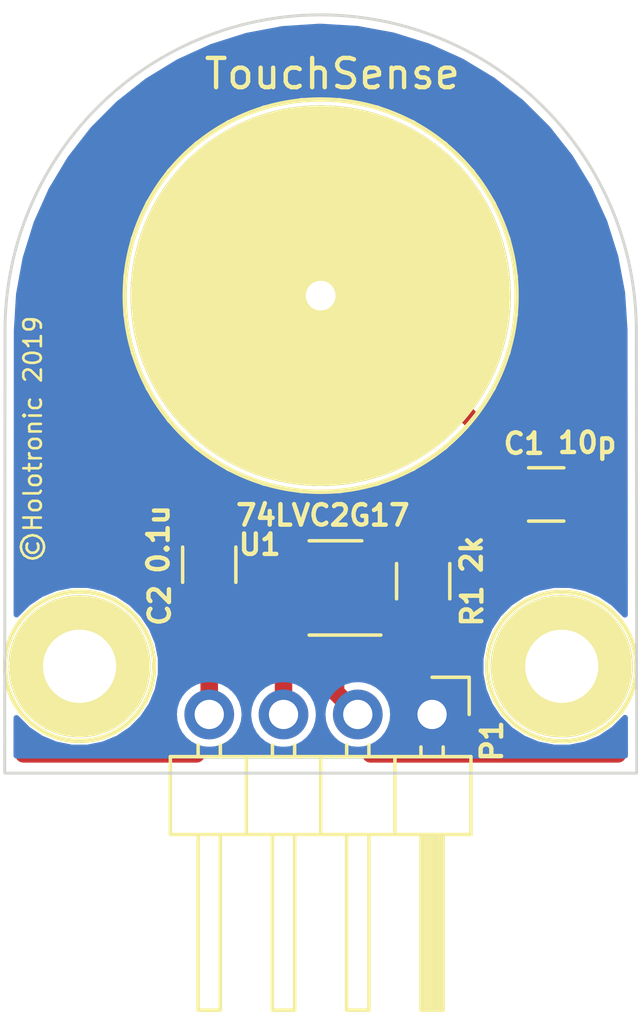
<source format=kicad_pcb>
(kicad_pcb (version 20171130) (host pcbnew 5.0.2-bee76a0~70~ubuntu18.04.1)

  (general
    (thickness 0.8)
    (drawings 6)
    (tracks 20)
    (zones 0)
    (modules 8)
    (nets 7)
  )

  (page A4)
  (title_block
    (title "Capasitive sensor for fpga")
    (date 2017-01-21)
    (rev 0,1)
    (company Holotronic)
  )

  (layers
    (0 F.Cu signal)
    (31 B.Cu signal)
    (32 B.Adhes user hide)
    (33 F.Adhes user hide)
    (34 B.Paste user hide)
    (35 F.Paste user hide)
    (36 B.SilkS user)
    (37 F.SilkS user)
    (38 B.Mask user)
    (39 F.Mask user)
    (40 Dwgs.User user hide)
    (41 Cmts.User user hide)
    (42 Eco1.User user hide)
    (43 Eco2.User user hide)
    (44 Edge.Cuts user)
    (45 Margin user hide)
    (46 B.CrtYd user hide)
    (47 F.CrtYd user hide)
    (48 B.Fab user hide)
    (49 F.Fab user hide)
  )

  (setup
    (last_trace_width 0.6)
    (trace_clearance 0.2)
    (zone_clearance 0.31)
    (zone_45_only no)
    (trace_min 0.6)
    (segment_width 0.2)
    (edge_width 0.1)
    (via_size 0.6)
    (via_drill 0.4)
    (via_min_size 0.4)
    (via_min_drill 0.3)
    (uvia_size 0.3)
    (uvia_drill 0.1)
    (uvias_allowed no)
    (uvia_min_size 0.2)
    (uvia_min_drill 0.1)
    (pcb_text_width 0.3)
    (pcb_text_size 1.5 1.5)
    (mod_edge_width 0.15)
    (mod_text_size 1 1)
    (mod_text_width 0.15)
    (pad_size 4.85 4.85)
    (pad_drill 2.5)
    (pad_to_mask_clearance 0)
    (solder_mask_min_width 0.25)
    (aux_axis_origin 27.245 46.275)
    (grid_origin 27.245 46.275)
    (visible_elements FFFFFFFF)
    (pcbplotparams
      (layerselection 0x01000_7ffffffe)
      (usegerberextensions true)
      (usegerberattributes false)
      (usegerberadvancedattributes false)
      (creategerberjobfile false)
      (excludeedgelayer true)
      (linewidth 0.100000)
      (plotframeref false)
      (viasonmask false)
      (mode 1)
      (useauxorigin false)
      (hpglpennumber 1)
      (hpglpenspeed 20)
      (hpglpendiameter 15.000000)
      (psnegative false)
      (psa4output false)
      (plotreference true)
      (plotvalue true)
      (plotinvisibletext false)
      (padsonsilk true)
      (subtractmaskfromsilk false)
      (outputformat 5)
      (mirror false)
      (drillshape 0)
      (scaleselection 1)
      (outputdirectory "Svgs/"))
  )

  (net 0 "")
  (net 1 "Net-(C1-Pad1)")
  (net 2 GND)
  (net 3 VCC)
  (net 4 "Net-(P1-Pad2)")
  (net 5 "Net-(P1-Pad3)")
  (net 6 "Net-(R1-Pad2)")

  (net_class Default "This is the default net class."
    (clearance 0.2)
    (trace_width 0.6)
    (via_dia 0.6)
    (via_drill 0.4)
    (uvia_dia 0.3)
    (uvia_drill 0.1)
    (diff_pair_gap 0.25)
    (diff_pair_width 0.6)
    (add_net GND)
    (add_net "Net-(C1-Pad1)")
    (add_net "Net-(P1-Pad2)")
    (add_net "Net-(P1-Pad3)")
    (add_net "Net-(R1-Pad2)")
    (add_net VCC)
  )

  (module Connector_PinHeader_2.54mm:PinHeader_1x04_P2.54mm_Horizontal (layer F.Cu) (tedit 5C881D17) (tstamp 5C952FD0)
    (at 41.91 44.215 270)
    (descr "Through hole angled pin header, 1x04, 2.54mm pitch, 6mm pin length, single row")
    (tags "Through hole angled pin header THT 1x04 2.54mm single row")
    (path /587DACE7)
    (fp_text reference P1 (at 0.905 -2.045 270) (layer F.SilkS)
      (effects (font (size 0.7 0.7) (thickness 0.15)))
    )
    (fp_text value CONN_01X04 (at 4.385 9.89 270) (layer F.Fab)
      (effects (font (size 1 1) (thickness 0.15)))
    )
    (fp_text user %R (at 2.77 3.81) (layer F.Fab)
      (effects (font (size 1 1) (thickness 0.15)))
    )
    (fp_line (start 10.55 -1.8) (end -1.8 -1.8) (layer F.CrtYd) (width 0.05))
    (fp_line (start 10.55 9.4) (end 10.55 -1.8) (layer F.CrtYd) (width 0.05))
    (fp_line (start -1.8 9.4) (end 10.55 9.4) (layer F.CrtYd) (width 0.05))
    (fp_line (start -1.8 -1.8) (end -1.8 9.4) (layer F.CrtYd) (width 0.05))
    (fp_line (start -1.27 -1.27) (end 0 -1.27) (layer F.SilkS) (width 0.12))
    (fp_line (start -1.27 0) (end -1.27 -1.27) (layer F.SilkS) (width 0.12))
    (fp_line (start 1.042929 8) (end 1.44 8) (layer F.SilkS) (width 0.12))
    (fp_line (start 1.042929 7.24) (end 1.44 7.24) (layer F.SilkS) (width 0.12))
    (fp_line (start 10.1 8) (end 4.1 8) (layer F.SilkS) (width 0.12))
    (fp_line (start 10.1 7.24) (end 10.1 8) (layer F.SilkS) (width 0.12))
    (fp_line (start 4.1 7.24) (end 10.1 7.24) (layer F.SilkS) (width 0.12))
    (fp_line (start 1.44 6.35) (end 4.1 6.35) (layer F.SilkS) (width 0.12))
    (fp_line (start 1.042929 5.46) (end 1.44 5.46) (layer F.SilkS) (width 0.12))
    (fp_line (start 1.042929 4.7) (end 1.44 4.7) (layer F.SilkS) (width 0.12))
    (fp_line (start 10.1 5.46) (end 4.1 5.46) (layer F.SilkS) (width 0.12))
    (fp_line (start 10.1 4.7) (end 10.1 5.46) (layer F.SilkS) (width 0.12))
    (fp_line (start 4.1 4.7) (end 10.1 4.7) (layer F.SilkS) (width 0.12))
    (fp_line (start 1.44 3.81) (end 4.1 3.81) (layer F.SilkS) (width 0.12))
    (fp_line (start 1.042929 2.92) (end 1.44 2.92) (layer F.SilkS) (width 0.12))
    (fp_line (start 1.042929 2.16) (end 1.44 2.16) (layer F.SilkS) (width 0.12))
    (fp_line (start 10.1 2.92) (end 4.1 2.92) (layer F.SilkS) (width 0.12))
    (fp_line (start 10.1 2.16) (end 10.1 2.92) (layer F.SilkS) (width 0.12))
    (fp_line (start 4.1 2.16) (end 10.1 2.16) (layer F.SilkS) (width 0.12))
    (fp_line (start 1.44 1.27) (end 4.1 1.27) (layer F.SilkS) (width 0.12))
    (fp_line (start 1.11 0.38) (end 1.44 0.38) (layer F.SilkS) (width 0.12))
    (fp_line (start 1.11 -0.38) (end 1.44 -0.38) (layer F.SilkS) (width 0.12))
    (fp_line (start 4.1 0.28) (end 10.1 0.28) (layer F.SilkS) (width 0.12))
    (fp_line (start 4.1 0.16) (end 10.1 0.16) (layer F.SilkS) (width 0.12))
    (fp_line (start 4.1 0.04) (end 10.1 0.04) (layer F.SilkS) (width 0.12))
    (fp_line (start 4.1 -0.08) (end 10.1 -0.08) (layer F.SilkS) (width 0.12))
    (fp_line (start 4.1 -0.2) (end 10.1 -0.2) (layer F.SilkS) (width 0.12))
    (fp_line (start 4.1 -0.32) (end 10.1 -0.32) (layer F.SilkS) (width 0.12))
    (fp_line (start 10.1 0.38) (end 4.1 0.38) (layer F.SilkS) (width 0.12))
    (fp_line (start 10.1 -0.38) (end 10.1 0.38) (layer F.SilkS) (width 0.12))
    (fp_line (start 4.1 -0.38) (end 10.1 -0.38) (layer F.SilkS) (width 0.12))
    (fp_line (start 4.1 -1.33) (end 1.44 -1.33) (layer F.SilkS) (width 0.12))
    (fp_line (start 4.1 8.95) (end 4.1 -1.33) (layer F.SilkS) (width 0.12))
    (fp_line (start 1.44 8.95) (end 4.1 8.95) (layer F.SilkS) (width 0.12))
    (fp_line (start 1.44 -1.33) (end 1.44 8.95) (layer F.SilkS) (width 0.12))
    (fp_line (start 4.04 7.94) (end 10.04 7.94) (layer F.Fab) (width 0.1))
    (fp_line (start 10.04 7.3) (end 10.04 7.94) (layer F.Fab) (width 0.1))
    (fp_line (start 4.04 7.3) (end 10.04 7.3) (layer F.Fab) (width 0.1))
    (fp_line (start -0.32 7.94) (end 1.5 7.94) (layer F.Fab) (width 0.1))
    (fp_line (start -0.32 7.3) (end -0.32 7.94) (layer F.Fab) (width 0.1))
    (fp_line (start -0.32 7.3) (end 1.5 7.3) (layer F.Fab) (width 0.1))
    (fp_line (start 4.04 5.4) (end 10.04 5.4) (layer F.Fab) (width 0.1))
    (fp_line (start 10.04 4.76) (end 10.04 5.4) (layer F.Fab) (width 0.1))
    (fp_line (start 4.04 4.76) (end 10.04 4.76) (layer F.Fab) (width 0.1))
    (fp_line (start -0.32 5.4) (end 1.5 5.4) (layer F.Fab) (width 0.1))
    (fp_line (start -0.32 4.76) (end -0.32 5.4) (layer F.Fab) (width 0.1))
    (fp_line (start -0.32 4.76) (end 1.5 4.76) (layer F.Fab) (width 0.1))
    (fp_line (start 4.04 2.86) (end 10.04 2.86) (layer F.Fab) (width 0.1))
    (fp_line (start 10.04 2.22) (end 10.04 2.86) (layer F.Fab) (width 0.1))
    (fp_line (start 4.04 2.22) (end 10.04 2.22) (layer F.Fab) (width 0.1))
    (fp_line (start -0.32 2.86) (end 1.5 2.86) (layer F.Fab) (width 0.1))
    (fp_line (start -0.32 2.22) (end -0.32 2.86) (layer F.Fab) (width 0.1))
    (fp_line (start -0.32 2.22) (end 1.5 2.22) (layer F.Fab) (width 0.1))
    (fp_line (start 4.04 0.32) (end 10.04 0.32) (layer F.Fab) (width 0.1))
    (fp_line (start 10.04 -0.32) (end 10.04 0.32) (layer F.Fab) (width 0.1))
    (fp_line (start 4.04 -0.32) (end 10.04 -0.32) (layer F.Fab) (width 0.1))
    (fp_line (start -0.32 0.32) (end 1.5 0.32) (layer F.Fab) (width 0.1))
    (fp_line (start -0.32 -0.32) (end -0.32 0.32) (layer F.Fab) (width 0.1))
    (fp_line (start -0.32 -0.32) (end 1.5 -0.32) (layer F.Fab) (width 0.1))
    (fp_line (start 1.5 -0.635) (end 2.135 -1.27) (layer F.Fab) (width 0.1))
    (fp_line (start 1.5 8.89) (end 1.5 -0.635) (layer F.Fab) (width 0.1))
    (fp_line (start 4.04 8.89) (end 1.5 8.89) (layer F.Fab) (width 0.1))
    (fp_line (start 4.04 -1.27) (end 4.04 8.89) (layer F.Fab) (width 0.1))
    (fp_line (start 2.135 -1.27) (end 4.04 -1.27) (layer F.Fab) (width 0.1))
    (pad 4 thru_hole oval (at 0 7.62 270) (size 1.7 1.7) (drill 1) (layers *.Cu *.Mask)
      (net 3 VCC))
    (pad 3 thru_hole oval (at 0 5.08 270) (size 1.7 1.7) (drill 1) (layers *.Cu *.Mask)
      (net 5 "Net-(P1-Pad3)"))
    (pad 2 thru_hole oval (at 0 2.54 270) (size 1.7 1.7) (drill 1) (layers *.Cu *.Mask)
      (net 4 "Net-(P1-Pad2)"))
    (pad 1 thru_hole rect (at 0 0 270) (size 1.7 1.7) (drill 1) (layers *.Cu *.Mask)
      (net 2 GND))
    (model ${KISYS3DMOD}/Connector_PinHeader_2.54mm.3dshapes/PinHeader_1x04_P2.54mm_Horizontal.wrl
      (at (xyz 0 0 0))
      (scale (xyz 1 1 1))
      (rotate (xyz 0 0 0))
    )
  )

  (module Capacitor_SMD:C_1206_3216Metric (layer F.Cu) (tedit 5C8818C6) (tstamp 5C952FE7)
    (at 45.8135 36.7)
    (descr "Capacitor SMD 1206 (3216 Metric), square (rectangular) end terminal, IPC_7351 nominal, (Body size source: http://www.tortai-tech.com/upload/download/2011102023233369053.pdf), generated with kicad-footprint-generator")
    (tags capacitor)
    (path /587DABD1)
    (attr smd)
    (fp_text reference C1 (at -0.7585 -1.735) (layer F.SilkS)
      (effects (font (size 0.7 0.7) (thickness 0.15)))
    )
    (fp_text value 10p (at 1.4015 -1.765) (layer F.SilkS)
      (effects (font (size 0.7 0.7) (thickness 0.15)))
    )
    (fp_text user %R (at 0 0) (layer F.Fab)
      (effects (font (size 0.8 0.8) (thickness 0.12)))
    )
    (fp_line (start 2.28 1.12) (end -2.28 1.12) (layer F.CrtYd) (width 0.05))
    (fp_line (start 2.28 -1.12) (end 2.28 1.12) (layer F.CrtYd) (width 0.05))
    (fp_line (start -2.28 -1.12) (end 2.28 -1.12) (layer F.CrtYd) (width 0.05))
    (fp_line (start -2.28 1.12) (end -2.28 -1.12) (layer F.CrtYd) (width 0.05))
    (fp_line (start -0.602064 0.91) (end 0.602064 0.91) (layer F.SilkS) (width 0.12))
    (fp_line (start -0.602064 -0.91) (end 0.602064 -0.91) (layer F.SilkS) (width 0.12))
    (fp_line (start 1.6 0.8) (end -1.6 0.8) (layer F.Fab) (width 0.1))
    (fp_line (start 1.6 -0.8) (end 1.6 0.8) (layer F.Fab) (width 0.1))
    (fp_line (start -1.6 -0.8) (end 1.6 -0.8) (layer F.Fab) (width 0.1))
    (fp_line (start -1.6 0.8) (end -1.6 -0.8) (layer F.Fab) (width 0.1))
    (pad 2 smd roundrect (at 1.4 0) (size 1.25 1.75) (layers F.Cu F.Paste F.Mask) (roundrect_rratio 0.2)
      (net 2 GND))
    (pad 1 smd roundrect (at -1.4 0) (size 1.25 1.75) (layers F.Cu F.Paste F.Mask) (roundrect_rratio 0.2)
      (net 1 "Net-(C1-Pad1)"))
    (model ${KISYS3DMOD}/Capacitor_SMD.3dshapes/C_1206_3216Metric.wrl
      (at (xyz 0 0 0))
      (scale (xyz 1 1 1))
      (rotate (xyz 0 0 0))
    )
  )

  (module touch:Screw_2.5mm (layer F.Cu) (tedit 5C883885) (tstamp 5C953020)
    (at 46.345 42.58 90)
    (descr "module 1 pin (ou trou mecanique de percage)")
    (tags DEV)
    (path /587DAB5C)
    (fp_text reference S1 (at -1.651 1.778) (layer F.Fab)
      (effects (font (size 1 1) (thickness 0.15)))
    )
    (fp_text value Screw (at -0.254 -1.524 90) (layer F.Fab)
      (effects (font (size 1 1) (thickness 0.15)))
    )
    (fp_line (start 1 0) (end -1 0) (layer F.SilkS) (width 0.15))
    (fp_line (start 0 -1) (end 0 1) (layer F.SilkS) (width 0.15))
    (fp_circle (center 0 0) (end 0 -2.55) (layer F.SilkS) (width 0.15))
    (pad 1 thru_hole circle (at 0.01 0 90) (size 4.85 4.85) (drill 2.5) (layers *.Cu *.Mask F.SilkS))
  )

  (module touch:Screw_2.5mm (layer F.Cu) (tedit 5C881A52) (tstamp 5C952E55)
    (at 29.855 42.57 90)
    (descr "module 1 pin (ou trou mecanique de percage)")
    (tags DEV)
    (path /587DAB5C)
    (fp_text reference S1 (at -1.651 1.778) (layer F.Fab)
      (effects (font (size 1 1) (thickness 0.15)))
    )
    (fp_text value Screw (at -0.254 -1.524 90) (layer F.Fab)
      (effects (font (size 1 1) (thickness 0.15)))
    )
    (fp_circle (center 0 0) (end 0 -2.55) (layer F.SilkS) (width 0.15))
    (fp_line (start 0 -1) (end 0 1) (layer F.SilkS) (width 0.15))
    (fp_line (start 1 0) (end -1 0) (layer F.SilkS) (width 0.15))
    (pad 1 thru_hole circle (at 0 0 90) (size 4.85 4.85) (drill 2.5) (layers *.Cu *.Mask F.SilkS))
  )

  (module Package_TO_SOT_SMD:SOT-23-6 (layer F.Cu) (tedit 5C881728) (tstamp 5C996A48)
    (at 38.608 39.893 180)
    (descr "6-pin SOT-23 package")
    (tags SOT-23-6)
    (path /587D8557)
    (attr smd)
    (fp_text reference U1 (at 2.593 1.478 180) (layer F.SilkS)
      (effects (font (size 0.7 0.7) (thickness 0.15)))
    )
    (fp_text value 74LVC2G17 (at 0.433 2.478 180) (layer F.SilkS)
      (effects (font (size 0.7 0.7) (thickness 0.15)))
    )
    (fp_text user %R (at 0 0 270) (layer F.Fab)
      (effects (font (size 0.5 0.5) (thickness 0.075)))
    )
    (fp_line (start -0.9 1.61) (end 0.9 1.61) (layer F.SilkS) (width 0.12))
    (fp_line (start 0.9 -1.61) (end -1.55 -1.61) (layer F.SilkS) (width 0.12))
    (fp_line (start 1.9 -1.8) (end -1.9 -1.8) (layer F.CrtYd) (width 0.05))
    (fp_line (start 1.9 1.8) (end 1.9 -1.8) (layer F.CrtYd) (width 0.05))
    (fp_line (start -1.9 1.8) (end 1.9 1.8) (layer F.CrtYd) (width 0.05))
    (fp_line (start -1.9 -1.8) (end -1.9 1.8) (layer F.CrtYd) (width 0.05))
    (fp_line (start -0.9 -0.9) (end -0.25 -1.55) (layer F.Fab) (width 0.1))
    (fp_line (start 0.9 -1.55) (end -0.25 -1.55) (layer F.Fab) (width 0.1))
    (fp_line (start -0.9 -0.9) (end -0.9 1.55) (layer F.Fab) (width 0.1))
    (fp_line (start 0.9 1.55) (end -0.9 1.55) (layer F.Fab) (width 0.1))
    (fp_line (start 0.9 -1.55) (end 0.9 1.55) (layer F.Fab) (width 0.1))
    (pad 1 smd rect (at -1.1 -0.95 180) (size 1.06 0.65) (layers F.Cu F.Paste F.Mask)
      (net 1 "Net-(C1-Pad1)"))
    (pad 2 smd rect (at -1.1 0 180) (size 1.06 0.65) (layers F.Cu F.Paste F.Mask)
      (net 2 GND))
    (pad 3 smd rect (at -1.1 0.95 180) (size 1.06 0.65) (layers F.Cu F.Paste F.Mask)
      (net 4 "Net-(P1-Pad2)"))
    (pad 4 smd rect (at 1.1 0.95 180) (size 1.06 0.65) (layers F.Cu F.Paste F.Mask)
      (net 6 "Net-(R1-Pad2)"))
    (pad 6 smd rect (at 1.1 -0.95 180) (size 1.06 0.65) (layers F.Cu F.Paste F.Mask)
      (net 5 "Net-(P1-Pad3)"))
    (pad 5 smd rect (at 1.1 0 180) (size 1.06 0.65) (layers F.Cu F.Paste F.Mask)
      (net 3 VCC))
    (model ${KISYS3DMOD}/Package_TO_SOT_SMD.3dshapes/SOT-23-6.wrl
      (at (xyz 0 0 0))
      (scale (xyz 1 1 1))
      (rotate (xyz 0 0 0))
    )
  )

  (module Resistor_SMD:R_1206_3216Metric (layer F.Cu) (tedit 5C88192D) (tstamp 5C996922)
    (at 41.606 39.6635 90)
    (descr "Resistor SMD 1206 (3216 Metric), square (rectangular) end terminal, IPC_7351 nominal, (Body size source: http://www.tortai-tech.com/upload/download/2011102023233369053.pdf), generated with kicad-footprint-generator")
    (tags resistor)
    (path /587DAB17)
    (attr smd)
    (fp_text reference R1 (at -0.8465 1.674 90) (layer F.SilkS)
      (effects (font (size 0.7 0.7) (thickness 0.15)))
    )
    (fp_text value 2k (at 0.9135 1.654 90) (layer F.SilkS)
      (effects (font (size 0.7 0.7) (thickness 0.15)))
    )
    (fp_line (start -1.6 0.8) (end -1.6 -0.8) (layer F.Fab) (width 0.1))
    (fp_line (start -1.6 -0.8) (end 1.6 -0.8) (layer F.Fab) (width 0.1))
    (fp_line (start 1.6 -0.8) (end 1.6 0.8) (layer F.Fab) (width 0.1))
    (fp_line (start 1.6 0.8) (end -1.6 0.8) (layer F.Fab) (width 0.1))
    (fp_line (start -0.602064 -0.91) (end 0.602064 -0.91) (layer F.SilkS) (width 0.12))
    (fp_line (start -0.602064 0.91) (end 0.602064 0.91) (layer F.SilkS) (width 0.12))
    (fp_line (start -2.28 1.12) (end -2.28 -1.12) (layer F.CrtYd) (width 0.05))
    (fp_line (start -2.28 -1.12) (end 2.28 -1.12) (layer F.CrtYd) (width 0.05))
    (fp_line (start 2.28 -1.12) (end 2.28 1.12) (layer F.CrtYd) (width 0.05))
    (fp_line (start 2.28 1.12) (end -2.28 1.12) (layer F.CrtYd) (width 0.05))
    (fp_text user %R (at 0 0 90) (layer F.Fab)
      (effects (font (size 0.8 0.8) (thickness 0.12)))
    )
    (pad 1 smd roundrect (at -1.4 0 90) (size 1.25 1.75) (layers F.Cu F.Paste F.Mask) (roundrect_rratio 0.2)
      (net 1 "Net-(C1-Pad1)"))
    (pad 2 smd roundrect (at 1.4 0 90) (size 1.25 1.75) (layers F.Cu F.Paste F.Mask) (roundrect_rratio 0.2)
      (net 6 "Net-(R1-Pad2)"))
    (model ${KISYS3DMOD}/Resistor_SMD.3dshapes/R_1206_3216Metric.wrl
      (at (xyz 0 0 0))
      (scale (xyz 1 1 1))
      (rotate (xyz 0 0 0))
    )
  )

  (module touch:1pin_pad-round_s (layer F.Cu) (tedit 5C882A6B) (tstamp 58A875B7)
    (at 38.1 29.91 90)
    (descr "module 1 pin (ou trou mecanique de percage)")
    (tags DEV)
    (path /587DAB5C)
    (fp_text reference P2 (at 3.175 0) (layer F.Fab)
      (effects (font (size 1 1) (thickness 0.15)))
    )
    (fp_text value TouchSense (at 7.575 0.4) (layer F.SilkS)
      (effects (font (size 1 1) (thickness 0.15)))
    )
    (fp_circle (center 0 0) (end 0 -6.7) (layer F.SilkS) (width 0.15))
    (pad 1 thru_hole circle (at 0 0 90) (size 13 13) (drill 1.016) (layers *.Cu *.Mask F.SilkS)
      (net 1 "Net-(C1-Pad1)"))
  )

  (module Capacitor_SMD:C_1206_3216Metric (layer F.Cu) (tedit 5C881880) (tstamp 5C99605E)
    (at 34.29 39.1 90)
    (descr "Capacitor SMD 1206 (3216 Metric), square (rectangular) end terminal, IPC_7351 nominal, (Body size source: http://www.tortai-tech.com/upload/download/2011102023233369053.pdf), generated with kicad-footprint-generator")
    (tags capacitor)
    (path /587D87A0)
    (attr smd)
    (fp_text reference C2 (at -1.39 -1.695 90) (layer F.SilkS)
      (effects (font (size 0.7 0.7) (thickness 0.15)))
    )
    (fp_text value 0.1u (at 0.865 -1.74 90) (layer F.SilkS)
      (effects (font (size 0.7 0.7) (thickness 0.15)))
    )
    (fp_line (start -1.6 0.8) (end -1.6 -0.8) (layer F.Fab) (width 0.1))
    (fp_line (start -1.6 -0.8) (end 1.6 -0.8) (layer F.Fab) (width 0.1))
    (fp_line (start 1.6 -0.8) (end 1.6 0.8) (layer F.Fab) (width 0.1))
    (fp_line (start 1.6 0.8) (end -1.6 0.8) (layer F.Fab) (width 0.1))
    (fp_line (start -0.602064 -0.91) (end 0.602064 -0.91) (layer F.SilkS) (width 0.12))
    (fp_line (start -0.602064 0.91) (end 0.602064 0.91) (layer F.SilkS) (width 0.12))
    (fp_line (start -2.28 1.12) (end -2.28 -1.12) (layer F.CrtYd) (width 0.05))
    (fp_line (start -2.28 -1.12) (end 2.28 -1.12) (layer F.CrtYd) (width 0.05))
    (fp_line (start 2.28 -1.12) (end 2.28 1.12) (layer F.CrtYd) (width 0.05))
    (fp_line (start 2.28 1.12) (end -2.28 1.12) (layer F.CrtYd) (width 0.05))
    (fp_text user %R (at 0 0 90) (layer F.Fab)
      (effects (font (size 0.8 0.8) (thickness 0.12)))
    )
    (pad 1 smd roundrect (at -1.4 0 90) (size 1.25 1.75) (layers F.Cu F.Paste F.Mask) (roundrect_rratio 0.2)
      (net 3 VCC))
    (pad 2 smd roundrect (at 1.4 0 90) (size 1.25 1.75) (layers F.Cu F.Paste F.Mask) (roundrect_rratio 0.2)
      (net 2 GND))
    (model ${KISYS3DMOD}/Capacitor_SMD.3dshapes/C_1206_3216Metric.wrl
      (at (xyz 0 0 0))
      (scale (xyz 1 1 1))
      (rotate (xyz 0 0 0))
    )
  )

  (gr_text "\n©Holotronic 2019" (at 27.775 34.805 90) (layer F.SilkS)
    (effects (font (size 0.6 0.6) (thickness 0.09)))
  )
  (gr_arc (start 38.1 31.115) (end 27.305 31.115) (angle 90) (layer Edge.Cuts) (width 0.1))
  (gr_arc (start 38.1 31.115) (end 38.1 20.32) (angle 90) (layer Edge.Cuts) (width 0.1))
  (gr_line (start 27.305 31.115) (end 27.29484 46.22038) (angle 90) (layer Edge.Cuts) (width 0.1))
  (gr_line (start 48.91024 46.21784) (end 48.895 31.115) (angle 90) (layer Edge.Cuts) (width 0.1))
  (gr_line (start 27.305 46.22) (end 48.895 46.22) (angle 90) (layer Edge.Cuts) (width 0.1))

  (segment (start 39.0235 29.91) (end 38.1 29.91) (width 0.6) (layer F.Cu) (net 1) (status 30))
  (segment (start 44.3135 35.2) (end 39.0235 29.91) (width 0.6) (layer F.Cu) (net 1) (status 20))
  (segment (start 44.3135 39.022894) (end 44.3135 35.2) (width 0.6) (layer F.Cu) (net 1))
  (segment (start 41.656 41.0135) (end 42.322894 41.0135) (width 0.6) (layer F.Cu) (net 1) (status 30))
  (segment (start 39.708 40.843) (end 41.4855 40.843) (width 0.6) (layer F.Cu) (net 1) (status 30))
  (segment (start 42.322894 41.0135) (end 44.3135 39.022894) (width 0.6) (layer F.Cu) (net 1) (status 10))
  (segment (start 41.4855 40.843) (end 41.656 41.0135) (width 0.6) (layer F.Cu) (net 1) (status 30))
  (segment (start 34.29 44.215) (end 34.29 40.5) (width 0.6) (layer F.Cu) (net 3) (status 30))
  (segment (start 36.397 39.893) (end 37.408 39.893) (width 0.6) (layer F.Cu) (net 3) (status 20))
  (segment (start 35.69 40.6) (end 36.397 39.893) (width 0.6) (layer F.Cu) (net 3))
  (segment (start 34.29 40.6) (end 35.69 40.6) (width 0.6) (layer F.Cu) (net 3) (status 10))
  (segment (start 38.892 38.943) (end 39.608 38.943) (width 0.6) (layer F.Cu) (net 4) (status 20))
  (segment (start 38.61 39.225) (end 38.892 38.943) (width 0.6) (layer F.Cu) (net 4))
  (segment (start 38.61 43.455) (end 38.61 39.225) (width 0.6) (layer F.Cu) (net 4) (status 10))
  (segment (start 39.37 44.215) (end 38.61 43.455) (width 0.6) (layer F.Cu) (net 4) (status 30))
  (segment (start 37.402 40.843) (end 37.508 40.843) (width 0.6) (layer F.Cu) (net 5) (status 30))
  (segment (start 36.83 41.415) (end 37.402 40.843) (width 0.6) (layer F.Cu) (net 5) (status 20))
  (segment (start 36.83 44.115) (end 36.83 41.415) (width 0.6) (layer F.Cu) (net 5) (status 10))
  (segment (start 38.331 38.02) (end 41.5495 38.02) (width 0.6) (layer F.Cu) (net 6) (status 20))
  (segment (start 37.508 38.843) (end 38.331 38.02) (width 0.6) (layer F.Cu) (net 6) (status 10))

  (zone (net 2) (net_name GND) (layer B.Cu) (tstamp 5C93E097) (hatch edge 0.508)
    (connect_pads yes (clearance 0.25))
    (min_thickness 0.2)
    (fill yes (arc_segments 32) (thermal_gap 0.108) (thermal_bridge_width 0.408))
    (polygon
      (pts
        (xy 48.895 20.32) (xy 48.895 45.72) (xy 27.305 45.72) (xy 27.305 19.812) (xy 48.895 19.812)
      )
    )
    (filled_polygon
      (pts
        (xy 39.348738 20.796008) (xy 40.579379 21.020763) (xy 41.774115 21.391739) (xy 42.915622 21.903555) (xy 43.987382 22.548807)
        (xy 44.973857 23.31814) (xy 45.860757 24.200408) (xy 46.635249 25.182845) (xy 47.286102 26.25121) (xy 47.80389 27.390024)
        (xy 48.181115 28.582799) (xy 48.412311 29.812251) (xy 48.494886 31.072098) (xy 48.495001 31.116047) (xy 48.504781 40.807474)
        (xy 48.500483 40.801041) (xy 48.113959 40.414517) (xy 47.659455 40.110827) (xy 47.154438 39.901642) (xy 46.618314 39.795)
        (xy 46.071686 39.795) (xy 45.535562 39.901642) (xy 45.030545 40.110827) (xy 44.576041 40.414517) (xy 44.189517 40.801041)
        (xy 43.885827 41.255545) (xy 43.676642 41.760562) (xy 43.57 42.296686) (xy 43.57 42.843314) (xy 43.676642 43.379438)
        (xy 43.885827 43.884455) (xy 44.189517 44.338959) (xy 44.576041 44.725483) (xy 45.030545 45.029173) (xy 45.535562 45.238358)
        (xy 46.071686 45.345) (xy 46.618314 45.345) (xy 47.154438 45.238358) (xy 47.659455 45.029173) (xy 48.113959 44.725483)
        (xy 48.500483 44.338959) (xy 48.508333 44.327211) (xy 48.509637 45.62) (xy 27.695243 45.62) (xy 27.696108 44.333858)
        (xy 27.699517 44.338959) (xy 28.086041 44.725483) (xy 28.540545 45.029173) (xy 29.045562 45.238358) (xy 29.581686 45.345)
        (xy 30.128314 45.345) (xy 30.664438 45.238358) (xy 31.169455 45.029173) (xy 31.623959 44.725483) (xy 32.010483 44.338959)
        (xy 32.093309 44.215) (xy 33.084194 44.215) (xy 33.107363 44.450241) (xy 33.175981 44.676442) (xy 33.287409 44.88491)
        (xy 33.437366 45.067634) (xy 33.62009 45.217591) (xy 33.828558 45.329019) (xy 34.054759 45.397637) (xy 34.23105 45.415)
        (xy 34.34895 45.415) (xy 34.525241 45.397637) (xy 34.751442 45.329019) (xy 34.95991 45.217591) (xy 35.142634 45.067634)
        (xy 35.292591 44.88491) (xy 35.404019 44.676442) (xy 35.472637 44.450241) (xy 35.495806 44.215) (xy 35.624194 44.215)
        (xy 35.647363 44.450241) (xy 35.715981 44.676442) (xy 35.827409 44.88491) (xy 35.977366 45.067634) (xy 36.16009 45.217591)
        (xy 36.368558 45.329019) (xy 36.594759 45.397637) (xy 36.77105 45.415) (xy 36.88895 45.415) (xy 37.065241 45.397637)
        (xy 37.291442 45.329019) (xy 37.49991 45.217591) (xy 37.682634 45.067634) (xy 37.832591 44.88491) (xy 37.944019 44.676442)
        (xy 38.012637 44.450241) (xy 38.035806 44.215) (xy 38.164194 44.215) (xy 38.187363 44.450241) (xy 38.255981 44.676442)
        (xy 38.367409 44.88491) (xy 38.517366 45.067634) (xy 38.70009 45.217591) (xy 38.908558 45.329019) (xy 39.134759 45.397637)
        (xy 39.31105 45.415) (xy 39.42895 45.415) (xy 39.605241 45.397637) (xy 39.831442 45.329019) (xy 40.03991 45.217591)
        (xy 40.222634 45.067634) (xy 40.372591 44.88491) (xy 40.484019 44.676442) (xy 40.552637 44.450241) (xy 40.575806 44.215)
        (xy 40.552637 43.979759) (xy 40.484019 43.753558) (xy 40.372591 43.54509) (xy 40.222634 43.362366) (xy 40.03991 43.212409)
        (xy 39.831442 43.100981) (xy 39.605241 43.032363) (xy 39.42895 43.015) (xy 39.31105 43.015) (xy 39.134759 43.032363)
        (xy 38.908558 43.100981) (xy 38.70009 43.212409) (xy 38.517366 43.362366) (xy 38.367409 43.54509) (xy 38.255981 43.753558)
        (xy 38.187363 43.979759) (xy 38.164194 44.215) (xy 38.035806 44.215) (xy 38.012637 43.979759) (xy 37.944019 43.753558)
        (xy 37.832591 43.54509) (xy 37.682634 43.362366) (xy 37.49991 43.212409) (xy 37.291442 43.100981) (xy 37.065241 43.032363)
        (xy 36.88895 43.015) (xy 36.77105 43.015) (xy 36.594759 43.032363) (xy 36.368558 43.100981) (xy 36.16009 43.212409)
        (xy 35.977366 43.362366) (xy 35.827409 43.54509) (xy 35.715981 43.753558) (xy 35.647363 43.979759) (xy 35.624194 44.215)
        (xy 35.495806 44.215) (xy 35.472637 43.979759) (xy 35.404019 43.753558) (xy 35.292591 43.54509) (xy 35.142634 43.362366)
        (xy 34.95991 43.212409) (xy 34.751442 43.100981) (xy 34.525241 43.032363) (xy 34.34895 43.015) (xy 34.23105 43.015)
        (xy 34.054759 43.032363) (xy 33.828558 43.100981) (xy 33.62009 43.212409) (xy 33.437366 43.362366) (xy 33.287409 43.54509)
        (xy 33.175981 43.753558) (xy 33.107363 43.979759) (xy 33.084194 44.215) (xy 32.093309 44.215) (xy 32.314173 43.884455)
        (xy 32.523358 43.379438) (xy 32.63 42.843314) (xy 32.63 42.296686) (xy 32.523358 41.760562) (xy 32.314173 41.255545)
        (xy 32.010483 40.801041) (xy 31.623959 40.414517) (xy 31.169455 40.110827) (xy 30.664438 39.901642) (xy 30.128314 39.795)
        (xy 29.581686 39.795) (xy 29.045562 39.901642) (xy 28.540545 40.110827) (xy 28.086041 40.414517) (xy 27.699517 40.801041)
        (xy 27.698484 40.802588) (xy 27.704992 31.127182) (xy 27.781008 29.866262) (xy 27.896235 29.235334) (xy 31.25 29.235334)
        (xy 31.25 30.584666) (xy 31.513242 31.908071) (xy 32.029609 33.154692) (xy 32.779258 34.27662) (xy 33.73338 35.230742)
        (xy 34.855308 35.980391) (xy 36.101929 36.496758) (xy 37.425334 36.76) (xy 38.774666 36.76) (xy 40.098071 36.496758)
        (xy 41.344692 35.980391) (xy 42.46662 35.230742) (xy 43.420742 34.27662) (xy 44.170391 33.154692) (xy 44.686758 31.908071)
        (xy 44.95 30.584666) (xy 44.95 29.235334) (xy 44.686758 27.911929) (xy 44.170391 26.665308) (xy 43.420742 25.54338)
        (xy 42.46662 24.589258) (xy 41.344692 23.839609) (xy 40.098071 23.323242) (xy 38.774666 23.06) (xy 37.425334 23.06)
        (xy 36.101929 23.323242) (xy 34.855308 23.839609) (xy 33.73338 24.589258) (xy 32.779258 25.54338) (xy 32.029609 26.665308)
        (xy 31.513242 27.911929) (xy 31.25 29.235334) (xy 27.896235 29.235334) (xy 28.005763 28.635621) (xy 28.376739 27.440885)
        (xy 28.888555 26.299378) (xy 29.533807 25.227618) (xy 30.30314 24.241143) (xy 31.185408 23.354243) (xy 32.167845 22.579751)
        (xy 33.23621 21.928898) (xy 34.375024 21.41111) (xy 35.567799 21.033885) (xy 36.797251 20.802689) (xy 38.057098 20.720114)
        (xy 38.088484 20.720032)
      )
    )
  )
  (zone (net 2) (net_name GND) (layer F.Cu) (tstamp 5C93E094) (hatch edge 0.508)
    (connect_pads (clearance 0.31))
    (min_thickness 0.55)
    (fill yes (arc_segments 32) (thermal_gap 0.104) (thermal_bridge_width 0.61))
    (polygon
      (pts
        (xy 48.917059 20.79244) (xy 48.917059 46.19244) (xy 27.327059 46.19244) (xy 27.327059 20.28444) (xy 48.917059 20.28444)
      )
    )
    (filled_polygon
      (pts
        (xy 39.320447 21.029729) (xy 40.523225 21.249395) (xy 41.690903 21.61197) (xy 42.806555 22.112193) (xy 43.854036 22.74283)
        (xy 44.818165 23.494735) (xy 45.684985 24.357028) (xy 46.441931 25.31721) (xy 47.078039 26.361371) (xy 47.584103 27.4744)
        (xy 47.95278 28.640148) (xy 48.178742 29.841765) (xy 48.259906 31.080087) (xy 48.260001 31.116356) (xy 48.269205 40.237422)
        (xy 48.263763 40.23198) (xy 47.77077 39.902573) (xy 47.222985 39.675673) (xy 46.641459 39.56) (xy 46.048541 39.56)
        (xy 45.467015 39.675673) (xy 44.91923 39.902573) (xy 44.426237 40.23198) (xy 44.00698 40.651237) (xy 43.677573 41.14423)
        (xy 43.450673 41.692015) (xy 43.335 42.273541) (xy 43.335 42.866459) (xy 43.450673 43.447985) (xy 43.677573 43.99577)
        (xy 44.00698 44.488763) (xy 44.426237 44.90802) (xy 44.91923 45.237427) (xy 45.467015 45.464327) (xy 46.048541 45.58)
        (xy 46.641459 45.58) (xy 47.222985 45.464327) (xy 47.77077 45.237427) (xy 48.263763 44.90802) (xy 48.273908 44.897875)
        (xy 48.274601 45.585) (xy 39.797137 45.585) (xy 39.921808 45.547182) (xy 40.171101 45.413932) (xy 40.389608 45.234608)
        (xy 40.568932 45.016101) (xy 40.681 44.806437) (xy 40.681 45.102328) (xy 40.695565 45.17555) (xy 40.724134 45.244524)
        (xy 40.765611 45.306598) (xy 40.818401 45.359388) (xy 40.880476 45.400865) (xy 40.94945 45.429435) (xy 41.022672 45.444)
        (xy 41.78525 45.444) (xy 41.88 45.34925) (xy 41.88 44.245) (xy 41.94 44.245) (xy 41.94 45.34925)
        (xy 42.03475 45.444) (xy 42.797328 45.444) (xy 42.87055 45.429435) (xy 42.939524 45.400865) (xy 43.001599 45.359388)
        (xy 43.054389 45.306598) (xy 43.095866 45.244524) (xy 43.124435 45.17555) (xy 43.139 45.102328) (xy 43.139 44.33975)
        (xy 43.04425 44.245) (xy 41.94 44.245) (xy 41.88 44.245) (xy 41.86 44.245) (xy 41.86 44.185)
        (xy 41.88 44.185) (xy 41.88 43.08075) (xy 41.94 43.08075) (xy 41.94 44.185) (xy 43.04425 44.185)
        (xy 43.139 44.09025) (xy 43.139 43.327672) (xy 43.124435 43.25445) (xy 43.095866 43.185476) (xy 43.054389 43.123402)
        (xy 43.001599 43.070612) (xy 42.939524 43.029135) (xy 42.87055 43.000565) (xy 42.797328 42.986) (xy 42.03475 42.986)
        (xy 41.94 43.08075) (xy 41.88 43.08075) (xy 41.78525 42.986) (xy 41.022672 42.986) (xy 40.94945 43.000565)
        (xy 40.880476 43.029135) (xy 40.818401 43.070612) (xy 40.765611 43.123402) (xy 40.724134 43.185476) (xy 40.695565 43.25445)
        (xy 40.681 43.327672) (xy 40.681 43.623563) (xy 40.568932 43.413899) (xy 40.389608 43.195392) (xy 40.171101 43.016068)
        (xy 39.921808 42.882818) (xy 39.651309 42.800764) (xy 39.495 42.785369) (xy 39.495 41.75583) (xy 40.205947 41.75583)
        (xy 40.206946 41.759124) (xy 40.28437 41.903973) (xy 40.388565 42.030935) (xy 40.515527 42.13513) (xy 40.660376 42.212554)
        (xy 40.817547 42.260231) (xy 40.981 42.27633) (xy 42.231 42.27633) (xy 42.394453 42.260231) (xy 42.551624 42.212554)
        (xy 42.696473 42.13513) (xy 42.823435 42.030935) (xy 42.92763 41.903973) (xy 43.005054 41.759124) (xy 43.052731 41.601953)
        (xy 43.06002 41.527953) (xy 44.90855 39.679423) (xy 44.942317 39.651711) (xy 44.97596 39.610718) (xy 45.05291 39.516954)
        (xy 45.052911 39.516953) (xy 45.135089 39.363207) (xy 45.185695 39.196384) (xy 45.1985 39.066371) (xy 45.1985 39.066361)
        (xy 45.202781 39.022895) (xy 45.1985 38.979428) (xy 45.1985 38.051281) (xy 45.253973 38.02163) (xy 45.380935 37.917435)
        (xy 45.48513 37.790473) (xy 45.562554 37.645624) (xy 45.610231 37.488453) (xy 45.62633 37.325) (xy 45.62633 36.82475)
        (xy 46.2095 36.82475) (xy 46.2095 37.612328) (xy 46.224065 37.68555) (xy 46.252635 37.754524) (xy 46.294112 37.816599)
        (xy 46.346902 37.869389) (xy 46.408976 37.910866) (xy 46.47795 37.939435) (xy 46.551172 37.954) (xy 47.08875 37.954)
        (xy 47.1835 37.85925) (xy 47.1835 36.73) (xy 47.2435 36.73) (xy 47.2435 37.85925) (xy 47.33825 37.954)
        (xy 47.875828 37.954) (xy 47.94905 37.939435) (xy 48.018024 37.910866) (xy 48.080098 37.869389) (xy 48.132888 37.816599)
        (xy 48.174365 37.754524) (xy 48.202935 37.68555) (xy 48.2175 37.612328) (xy 48.2175 36.82475) (xy 48.12275 36.73)
        (xy 47.2435 36.73) (xy 47.1835 36.73) (xy 46.30425 36.73) (xy 46.2095 36.82475) (xy 45.62633 36.82475)
        (xy 45.62633 36.075) (xy 45.610231 35.911547) (xy 45.572655 35.787672) (xy 46.2095 35.787672) (xy 46.2095 36.57525)
        (xy 46.30425 36.67) (xy 47.1835 36.67) (xy 47.1835 35.54075) (xy 47.2435 35.54075) (xy 47.2435 36.67)
        (xy 48.12275 36.67) (xy 48.2175 36.57525) (xy 48.2175 35.787672) (xy 48.202935 35.71445) (xy 48.174365 35.645476)
        (xy 48.132888 35.583401) (xy 48.080098 35.530611) (xy 48.018024 35.489134) (xy 47.94905 35.460565) (xy 47.875828 35.446)
        (xy 47.33825 35.446) (xy 47.2435 35.54075) (xy 47.1835 35.54075) (xy 47.08875 35.446) (xy 46.551172 35.446)
        (xy 46.47795 35.460565) (xy 46.408976 35.489134) (xy 46.346902 35.530611) (xy 46.294112 35.583401) (xy 46.252635 35.645476)
        (xy 46.224065 35.71445) (xy 46.2095 35.787672) (xy 45.572655 35.787672) (xy 45.562554 35.754376) (xy 45.48513 35.609527)
        (xy 45.380935 35.482565) (xy 45.253973 35.37837) (xy 45.1985 35.348719) (xy 45.1985 35.243469) (xy 45.202781 35.2)
        (xy 45.1985 35.156531) (xy 45.1985 35.156523) (xy 45.185695 35.02651) (xy 45.135089 34.859687) (xy 45.052911 34.705941)
        (xy 44.942317 34.571183) (xy 44.908549 34.54347) (xy 44.079215 33.714136) (xy 44.378645 33.266006) (xy 44.912727 31.976618)
        (xy 45.185 30.607812) (xy 45.185 29.212188) (xy 44.912727 27.843382) (xy 44.378645 26.553994) (xy 43.603279 25.393576)
        (xy 42.616424 24.406721) (xy 41.456006 23.631355) (xy 40.166618 23.097273) (xy 38.797812 22.825) (xy 37.402188 22.825)
        (xy 36.033382 23.097273) (xy 34.743994 23.631355) (xy 33.583576 24.406721) (xy 32.596721 25.393576) (xy 31.821355 26.553994)
        (xy 31.287273 27.843382) (xy 31.015 29.212188) (xy 31.015 30.607812) (xy 31.287273 31.976618) (xy 31.821355 33.266006)
        (xy 32.596721 34.426424) (xy 33.583576 35.413279) (xy 34.743994 36.188645) (xy 36.033382 36.722727) (xy 37.402188 36.995)
        (xy 38.797812 36.995) (xy 40.166618 36.722727) (xy 41.456006 36.188645) (xy 42.616424 35.413279) (xy 42.945812 35.083891)
        (xy 43.400278 35.538357) (xy 43.34187 35.609527) (xy 43.264446 35.754376) (xy 43.216769 35.911547) (xy 43.20067 36.075)
        (xy 43.20067 37.325) (xy 43.216769 37.488453) (xy 43.264446 37.645624) (xy 43.34187 37.790473) (xy 43.4285 37.896032)
        (xy 43.4285 38.656315) (xy 42.233864 39.850952) (xy 42.231 39.85067) (xy 40.981 39.85067) (xy 40.817547 39.866769)
        (xy 40.660376 39.914446) (xy 40.578893 39.958) (xy 40.55725 39.958) (xy 40.52225 39.923) (xy 39.738 39.923)
        (xy 39.738 39.93017) (xy 39.678 39.93017) (xy 39.678 39.923) (xy 39.658 39.923) (xy 39.658 39.863)
        (xy 39.678 39.863) (xy 39.678 39.85583) (xy 39.738 39.85583) (xy 39.738 39.863) (xy 40.52225 39.863)
        (xy 40.617 39.76825) (xy 40.617 39.713744) (xy 40.653659 39.683659) (xy 40.726763 39.594581) (xy 40.781084 39.492953)
        (xy 40.793246 39.452859) (xy 40.817547 39.460231) (xy 40.981 39.47633) (xy 42.231 39.47633) (xy 42.394453 39.460231)
        (xy 42.551624 39.412554) (xy 42.696473 39.33513) (xy 42.823435 39.230935) (xy 42.92763 39.103973) (xy 43.005054 38.959124)
        (xy 43.052731 38.801953) (xy 43.06883 38.6385) (xy 43.06883 37.8885) (xy 43.052731 37.725047) (xy 43.005054 37.567876)
        (xy 42.92763 37.423027) (xy 42.823435 37.296065) (xy 42.696473 37.19187) (xy 42.551624 37.114446) (xy 42.394453 37.066769)
        (xy 42.231 37.05067) (xy 40.981 37.05067) (xy 40.817547 37.066769) (xy 40.660376 37.114446) (xy 40.621922 37.135)
        (xy 38.374469 37.135) (xy 38.331 37.130719) (xy 38.287531 37.135) (xy 38.287523 37.135) (xy 38.15751 37.147805)
        (xy 37.990687 37.198411) (xy 37.836941 37.280589) (xy 37.735953 37.363468) (xy 37.735951 37.36347) (xy 37.702183 37.391183)
        (xy 37.67447 37.424951) (xy 37.069252 38.03017) (xy 36.978 38.03017) (xy 36.86332 38.041465) (xy 36.753047 38.074916)
        (xy 36.651419 38.129237) (xy 36.562341 38.202341) (xy 36.489237 38.291419) (xy 36.434916 38.393047) (xy 36.401465 38.50332)
        (xy 36.39017 38.618) (xy 36.39017 39.004392) (xy 36.353531 39.008) (xy 36.353523 39.008) (xy 36.238306 39.019348)
        (xy 36.223509 39.020805) (xy 36.172903 39.036157) (xy 36.056687 39.071411) (xy 35.902941 39.153589) (xy 35.902939 39.15359)
        (xy 35.90294 39.15359) (xy 35.801953 39.236468) (xy 35.801951 39.23647) (xy 35.768183 39.264183) (xy 35.74047 39.297951)
        (xy 35.506568 39.531853) (xy 35.380473 39.42837) (xy 35.235624 39.350946) (xy 35.078453 39.303269) (xy 34.915 39.28717)
        (xy 33.665 39.28717) (xy 33.501547 39.303269) (xy 33.344376 39.350946) (xy 33.199527 39.42837) (xy 33.072565 39.532565)
        (xy 32.96837 39.659527) (xy 32.890946 39.804376) (xy 32.843269 39.961547) (xy 32.82717 40.125) (xy 32.82717 40.875)
        (xy 32.843269 41.038453) (xy 32.890946 41.195624) (xy 32.96837 41.340473) (xy 33.072565 41.467435) (xy 33.199527 41.57163)
        (xy 33.344376 41.649054) (xy 33.405001 41.667444) (xy 33.405 43.084922) (xy 33.270392 43.195392) (xy 33.091068 43.413899)
        (xy 32.957818 43.663192) (xy 32.875764 43.933691) (xy 32.848057 44.215) (xy 32.875764 44.496309) (xy 32.957818 44.766808)
        (xy 33.091068 45.016101) (xy 33.270392 45.234608) (xy 33.488899 45.413932) (xy 33.738192 45.547182) (xy 33.862863 45.585)
        (xy 27.930267 45.585) (xy 27.930726 44.902509) (xy 27.936237 44.90802) (xy 28.42923 45.237427) (xy 28.977015 45.464327)
        (xy 29.558541 45.58) (xy 30.151459 45.58) (xy 30.732985 45.464327) (xy 31.28077 45.237427) (xy 31.773763 44.90802)
        (xy 32.19302 44.488763) (xy 32.522427 43.99577) (xy 32.749327 43.447985) (xy 32.865 42.866459) (xy 32.865 42.273541)
        (xy 32.749327 41.692015) (xy 32.522427 41.14423) (xy 32.19302 40.651237) (xy 31.773763 40.23198) (xy 31.28077 39.902573)
        (xy 30.732985 39.675673) (xy 30.151459 39.56) (xy 29.558541 39.56) (xy 28.977015 39.675673) (xy 28.42923 39.902573)
        (xy 27.936237 40.23198) (xy 27.933866 40.234351) (xy 27.935486 37.82475) (xy 33.036 37.82475) (xy 33.036 38.362328)
        (xy 33.050565 38.43555) (xy 33.079134 38.504524) (xy 33.120611 38.566598) (xy 33.173401 38.619388) (xy 33.235476 38.660865)
        (xy 33.30445 38.689435) (xy 33.377672 38.704) (xy 34.16525 38.704) (xy 34.26 38.60925) (xy 34.26 37.73)
        (xy 34.32 37.73) (xy 34.32 38.60925) (xy 34.41475 38.704) (xy 35.202328 38.704) (xy 35.27555 38.689435)
        (xy 35.344524 38.660865) (xy 35.406599 38.619388) (xy 35.459389 38.566598) (xy 35.500866 38.504524) (xy 35.529435 38.43555)
        (xy 35.544 38.362328) (xy 35.544 37.82475) (xy 35.44925 37.73) (xy 34.32 37.73) (xy 34.26 37.73)
        (xy 33.13075 37.73) (xy 33.036 37.82475) (xy 27.935486 37.82475) (xy 27.936015 37.037672) (xy 33.036 37.037672)
        (xy 33.036 37.57525) (xy 33.13075 37.67) (xy 34.26 37.67) (xy 34.26 36.79075) (xy 34.32 36.79075)
        (xy 34.32 37.67) (xy 35.44925 37.67) (xy 35.544 37.57525) (xy 35.544 37.037672) (xy 35.529435 36.96445)
        (xy 35.500866 36.895476) (xy 35.459389 36.833402) (xy 35.406599 36.780612) (xy 35.344524 36.739135) (xy 35.27555 36.710565)
        (xy 35.202328 36.696) (xy 34.41475 36.696) (xy 34.32 36.79075) (xy 34.26 36.79075) (xy 34.16525 36.696)
        (xy 33.377672 36.696) (xy 33.30445 36.710565) (xy 33.235476 36.739135) (xy 33.173401 36.780612) (xy 33.120611 36.833402)
        (xy 33.079134 36.895476) (xy 33.050565 36.96445) (xy 33.036 37.037672) (xy 27.936015 37.037672) (xy 27.939986 31.134347)
        (xy 28.014729 29.894553) (xy 28.234395 28.691775) (xy 28.59697 27.524097) (xy 29.097193 26.408445) (xy 29.72783 25.360964)
        (xy 30.479735 24.396835) (xy 31.342028 23.530015) (xy 32.30221 22.773069) (xy 33.346371 22.136961) (xy 34.4594 21.630897)
        (xy 35.625148 21.26222) (xy 36.826765 21.036258) (xy 38.065087 20.955094) (xy 38.081714 20.95505)
      )
    )
  )
)

</source>
